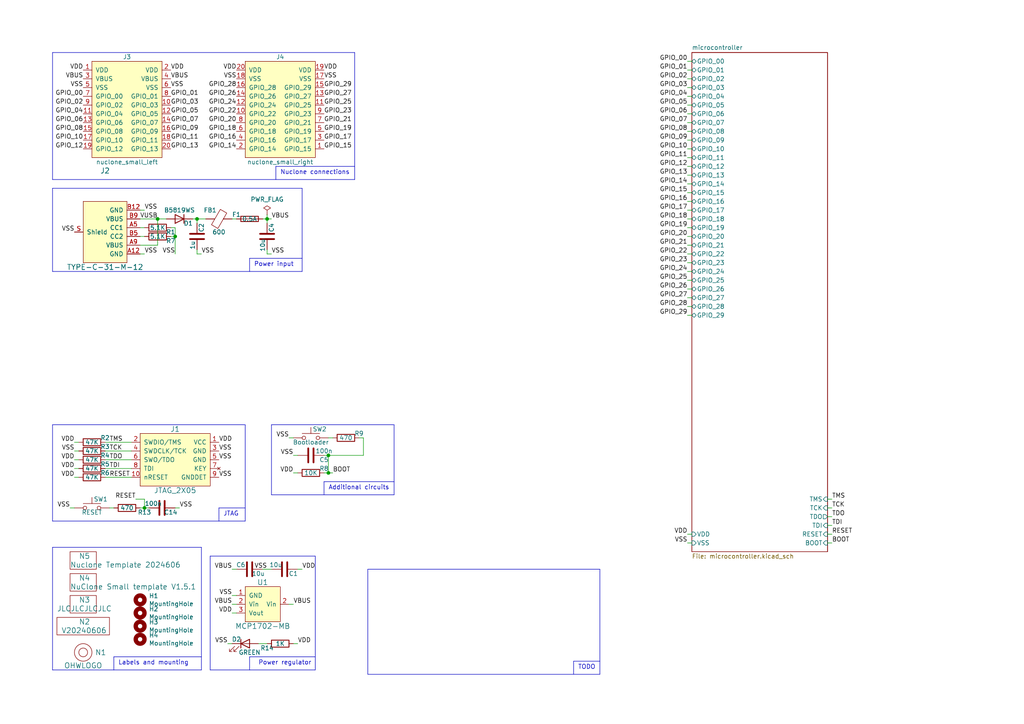
<source format=kicad_sch>
(kicad_sch (version 20231120) (generator "eeschema") (generator_version "8.0")
  (paper "A4")
  (lib_symbols
    (symbol "Device:C" (pin_numbers hide) (pin_names (offset 0.254))
      (property "Reference" "C" (at 0.635 2.54 0))
      (property "Value" "C" (at 0.635 -2.54 0))
      (symbol "C_0_1"
        (polyline (pts (xy -2.032 -0.762) (xy 2.032 -0.762)) (stroke (width 0.508)))
        (polyline (pts (xy -2.032 0.762) (xy 2.032 0.762)) (stroke (width 0.508)))
      )
      (symbol "C_1_1"
        (pin passive line (at 0 3.81 270) (length 2.794) (name "~") (number "1"))
        (pin passive line (at 0 -3.81 90) (length 2.794) (name "~") (number "2"))
      )
    )
    (symbol "Device:D" (pin_numbers hide) (pin_names (offset 1.016) hide)
      (property "Reference" "D" (at 0 2.54 0))
      (property "Value" "D" (at 0 -2.54 0))
      (symbol "D_0_1"
        (polyline (pts (xy -1.27 1.27) (xy -1.27 -1.27)) (stroke (width 0.254)))
        (polyline (pts (xy 1.27 0) (xy -1.27 0)))
        (polyline (pts (xy 1.27 1.27) (xy 1.27 -1.27) (xy -1.27 0) (xy 1.27 1.27)) (stroke (width 0.254)))
      )
      (symbol "D_1_1"
        (pin passive line (at -3.81 0 0) (length 2.54) (name "K") (number "1"))
        (pin passive line (at 3.81 0 180) (length 2.54) (name "A") (number "2"))
      )
    )
    (symbol "Device:FerriteBead" (pin_numbers hide) (pin_names (offset 0))
      (property "Reference" "FB" (at -3.81 0.635 90))
      (property "Value" "FerriteBead" (at 3.81 0 90))
      (symbol "FerriteBead_0_1"
        (polyline (pts (xy 0 -1.27) (xy 0 -1.2192)))
        (polyline (pts (xy 0 1.27) (xy 0 1.2954)))
        (polyline (pts (xy -2.7686 0.4064) (xy -1.7018 2.2606) (xy 2.7686 -0.3048) (xy 1.6764 -2.159) (xy -2.7686 0.4064)))
      )
      (symbol "FerriteBead_1_1"
        (pin passive line (at 0 3.81 270) (length 2.54) (name "~") (number "1"))
        (pin passive line (at 0 -3.81 90) (length 2.54) (name "~") (number "2"))
      )
    )
    (symbol "Device:Fuse" (pin_numbers hide) (pin_names (offset 0))
      (property "Reference" "F" (at 2.032 0 90))
      (property "Value" "Fuse" (at -1.905 0 90))
      (symbol "Fuse_0_1"
        (rectangle (start -0.762 -2.54) (end 0.762 2.54) (stroke (width 0.254)))
        (polyline (pts (xy 0 2.54) (xy 0 -2.54)))
      )
      (symbol "Fuse_1_1"
        (pin passive line (at 0 3.81 270) (length 1.27) (name "~") (number "1"))
        (pin passive line (at 0 -3.81 90) (length 1.27) (name "~") (number "2"))
      )
    )
    (symbol "Device:LED" (pin_numbers hide) (pin_names (offset 1.016) hide)
      (property "Reference" "D" (at 0 2.54 0))
      (property "Value" "LED" (at 0 -2.54 0))
      (symbol "LED_0_1"
        (polyline (pts (xy -1.27 -1.27) (xy -1.27 1.27)) (stroke (width 0.254)))
        (polyline (pts (xy -1.27 0) (xy 1.27 0)))
        (polyline (pts (xy 1.27 -1.27) (xy 1.27 1.27) (xy -1.27 0) (xy 1.27 -1.27)) (stroke (width 0.254)))
        (polyline (pts (xy -3.048 -0.762) (xy -4.572 -2.286) (xy -3.81 -2.286) (xy -4.572 -2.286) (xy -4.572 -1.524)))
        (polyline (pts (xy -1.778 -0.762) (xy -3.302 -2.286) (xy -2.54 -2.286) (xy -3.302 -2.286) (xy -3.302 -1.524)))
      )
      (symbol "LED_1_1"
        (pin passive line (at -3.81 0 0) (length 2.54) (name "K") (number "1"))
        (pin passive line (at 3.81 0 180) (length 2.54) (name "A") (number "2"))
      )
    )
    (symbol "Device:R" (pin_numbers hide) (pin_names (offset 0))
      (property "Reference" "R" (at 2.032 0 90))
      (property "Value" "R" (at 0 0 90))
      (symbol "R_0_1"
        (rectangle (start -1.016 -2.54) (end 1.016 2.54) (stroke (width 0.254)))
      )
      (symbol "R_1_1"
        (pin passive line (at 0 3.81 270) (length 1.27) (name "~") (number "1"))
        (pin passive line (at 0 -3.81 90) (length 1.27) (name "~") (number "2"))
      )
    )
    (symbol "Mechanical:MountingHole" (pin_names (offset 1.016))
      (property "Reference" "H" (at 0 5.08 0))
      (property "Value" "MountingHole" (at 0 3.175 0))
      (symbol "MountingHole_0_1"
        (circle (center 0 0) (radius 1.27) (stroke (width 1.27)))
      )
    )
    (symbol "SquantorConnectorsNamed:JTAG_2X05_IN" (pin_names (offset 1.016))
      (property "Reference" "J" (at 0 8.89 0))
      (property "Value" "JTAG_2X05_IN" (at 0 -8.89 0))
      (symbol "JTAG_2X05_IN_0_1"
        (rectangle (start -10.16 7.62) (end 10.16 -7.62) (fill (type background)))
      )
      (symbol "JTAG_2X05_IN_1_1"
        (pin power_in line (at 12.7 5.08 180) (length 2.54) (name "VCC") (number "1"))
        (pin open_collector line (at -12.7 -5.08 0) (length 2.54) (name "nRESET") (number "10"))
        (pin bidirectional line (at -12.7 5.08 0) (length 2.54) (name "SWDIO/TMS") (number "2"))
        (pin power_in line (at 12.7 2.54 180) (length 2.54) (name "GND") (number "3"))
        (pin output line (at -12.7 2.54 0) (length 2.54) (name "SWDCLK/TCK") (number "4"))
        (pin power_in line (at 12.7 0 180) (length 2.54) (name "GND") (number "5"))
        (pin output line (at -12.7 0 0) (length 2.54) (name "SWO/TDO") (number "6"))
        (pin no_connect line (at 12.7 -2.54 180) (length 2.54) (name "KEY") (number "7"))
        (pin input line (at -12.7 -2.54 0) (length 2.54) (name "TDI") (number "8"))
        (pin power_in line (at 12.7 -5.08 180) (length 2.54) (name "GNDDET") (number "9"))
      )
    )
    (symbol "SquantorConnectorsNamed:nuclone_small_left" (pin_names (offset 1.016))
      (property "Reference" "J" (at 0 15.24 0))
      (property "Value" "nuclone_small_left" (at 0 -15.24 0))
      (symbol "nuclone_small_left_0_1"
        (rectangle (start -10.16 13.97) (end 10.16 -13.97) (fill (type background)))
      )
      (symbol "nuclone_small_left_1_1"
        (pin power_in line (at -12.7 11.43 0) (length 2.54) (name "VDD") (number "1"))
        (pin bidirectional line (at 12.7 1.27 180) (length 2.54) (name "GPIO_03") (number "10"))
        (pin bidirectional line (at -12.7 -1.27 0) (length 2.54) (name "GPIO_04") (number "11"))
        (pin bidirectional line (at 12.7 -1.27 180) (length 2.54) (name "GPIO_05") (number "12"))
        (pin bidirectional line (at -12.7 -3.81 0) (length 2.54) (name "GPIO_06") (number "13"))
        (pin bidirectional line (at 12.7 -3.81 180) (length 2.54) (name "GPIO_07") (number "14"))
        (pin bidirectional line (at -12.7 -6.35 0) (length 2.54) (name "GPIO_08") (number "15"))
        (pin bidirectional line (at 12.7 -6.35 180) (length 2.54) (name "GPIO_09") (number "16"))
        (pin bidirectional line (at -12.7 -8.89 0) (length 2.54) (name "GPIO_10") (number "17"))
        (pin bidirectional line (at 12.7 -8.89 180) (length 2.54) (name "GPIO_11") (number "18"))
        (pin bidirectional line (at -12.7 -11.43 0) (length 2.54) (name "GPIO_12") (number "19"))
        (pin power_in line (at 12.7 11.43 180) (length 2.54) (name "VDD") (number "2"))
        (pin bidirectional line (at 12.7 -11.43 180) (length 2.54) (name "GPIO_13") (number "20"))
        (pin power_in line (at -12.7 8.89 0) (length 2.54) (name "VBUS") (number "3"))
        (pin power_in line (at 12.7 8.89 180) (length 2.54) (name "VBUS") (number "4"))
        (pin power_in line (at -12.7 6.35 0) (length 2.54) (name "VSS") (number "5"))
        (pin power_in line (at 12.7 6.35 180) (length 2.54) (name "VSS") (number "6"))
        (pin bidirectional line (at -12.7 3.81 0) (length 2.54) (name "GPIO_00") (number "7"))
        (pin bidirectional line (at 12.7 3.81 180) (length 2.54) (name "GPIO_01") (number "8"))
        (pin bidirectional line (at -12.7 1.27 0) (length 2.54) (name "GPIO_02") (number "9"))
      )
    )
    (symbol "SquantorConnectorsNamed:nuclone_small_right" (pin_names (offset 1.016))
      (property "Reference" "J" (at 0 -15.24 0))
      (property "Value" "nuclone_small_right" (at 0 15.24 0))
      (symbol "nuclone_small_right_0_1"
        (rectangle (start 10.16 -13.97) (end -10.16 13.97) (fill (type background)))
      )
      (symbol "nuclone_small_right_1_1"
        (pin bidirectional line (at 12.7 -11.43 180) (length 2.54) (name "GPIO_15") (number "1"))
        (pin bidirectional line (at -12.7 -1.27 0) (length 2.54) (name "GPIO_22") (number "10"))
        (pin bidirectional line (at 12.7 1.27 180) (length 2.54) (name "GPIO_25") (number "11"))
        (pin bidirectional line (at -12.7 1.27 0) (length 2.54) (name "GPIO_24") (number "12"))
        (pin bidirectional line (at 12.7 3.81 180) (length 2.54) (name "GPIO_27") (number "13"))
        (pin bidirectional line (at -12.7 3.81 0) (length 2.54) (name "GPIO_26") (number "14"))
        (pin bidirectional line (at 12.7 6.35 180) (length 2.54) (name "GPIO_29") (number "15"))
        (pin bidirectional line (at -12.7 6.35 0) (length 2.54) (name "GPIO_28") (number "16"))
        (pin power_in line (at 12.7 8.89 180) (length 2.54) (name "VSS") (number "17"))
        (pin power_in line (at -12.7 8.89 0) (length 2.54) (name "VSS") (number "18"))
        (pin power_in line (at 12.7 11.43 180) (length 2.54) (name "VDD") (number "19"))
        (pin bidirectional line (at -12.7 -11.43 0) (length 2.54) (name "GPIO_14") (number "2"))
        (pin power_in line (at -12.7 11.43 0) (length 2.54) (name "VDD") (number "20"))
        (pin bidirectional line (at 12.7 -8.89 180) (length 2.54) (name "GPIO_17") (number "3"))
        (pin bidirectional line (at -12.7 -8.89 0) (length 2.54) (name "GPIO_16") (number "4"))
        (pin bidirectional line (at 12.7 -6.35 180) (length 2.54) (name "GPIO_19") (number "5"))
        (pin bidirectional line (at -12.7 -6.35 0) (length 2.54) (name "GPIO_18") (number "6"))
        (pin bidirectional line (at 12.7 -3.81 180) (length 2.54) (name "GPIO_21") (number "7"))
        (pin bidirectional line (at -12.7 -3.81 0) (length 2.54) (name "GPIO_20") (number "8"))
        (pin bidirectional line (at 12.7 -1.27 180) (length 2.54) (name "GPIO_23") (number "9"))
      )
    )
    (symbol "SquantorLabels:Label" (pin_names (offset 1.016))
      (property "Reference" "N" (at 0 1.27 0))
      (property "Value" "Label" (at 0 -1.27 0))
      (symbol "Label_0_1"
        (rectangle (start -3.81 2.54) (end 3.81 -2.54))
      )
    )
    (symbol "SquantorLabels:OHWLOGO" (pin_names (offset 1.016))
      (property "Reference" "N" (at 0 3.81 0))
      (property "Value" "OHWLOGO" (at 0 -3.81 0))
      (symbol "OHWLOGO_0_1"
        (circle (center 0 0) (radius 1.27))
        (circle (center 0 0) (radius 2.54))
      )
    )
    (symbol "SquantorLabels:VYYYYMMDD" (pin_names (offset 1.016))
      (property "Reference" "N" (at 0 2.54 0))
      (property "Value" "VYYYYMMDD" (at 0 0 0))
      (symbol "VYYYYMMDD_0_1"
        (rectangle (start 7.62 -1.27) (end -7.62 3.81))
      )
    )
    (symbol "SquantorMicrochip:MCP1702-MB" (pin_names (offset 1.016))
      (property "Reference" "U" (at 0 6.35 0))
      (property "Value" "MCP1702-MB" (at 0 -6.35 0))
      (symbol "MCP1702-MB_0_1"
        (rectangle (start -5.08 5.08) (end 5.08 -5.08) (fill (type background)))
      )
      (symbol "MCP1702-MB_1_1"
        (pin power_in line (at -7.62 2.54 0) (length 2.54) (name "GND") (number "1"))
        (pin power_in line (at -7.62 0 0) (length 2.54) (name "Vin") (number "2"))
        (pin power_in line (at 7.62 0 180) (length 2.54) (name "Vin") (number "2"))
        (pin power_out line (at -7.62 -2.54 0) (length 2.54) (name "Vout") (number "3"))
      )
    )
    (symbol "SquantorUsb:USB-C_PD" (pin_names (offset 1.016))
      (property "Reference" "J" (at 0 10.16 0))
      (property "Value" "USB-C_PD" (at 0 -10.16 0))
      (symbol "USB-C_PD_0_1"
        (rectangle (start 6.35 8.89) (end -6.35 -8.89) (fill (type background)))
      )
      (symbol "USB-C_PD_1_1"
        (pin passive line (at 10.16 -6.35 180) (length 3.81) (name "GND") (number "A12"))
        (pin bidirectional line (at 10.16 1.27 180) (length 3.81) (name "CC1") (number "A5"))
        (pin passive line (at 10.16 -3.81 180) (length 3.81) (name "VBUS") (number "A9"))
        (pin power_out line (at 10.16 6.35 180) (length 3.81) (name "GND") (number "B12"))
        (pin bidirectional line (at 10.16 -1.27 180) (length 3.81) (name "CC2") (number "B5"))
        (pin power_out line (at 10.16 3.81 180) (length 3.81) (name "VBUS") (number "B9"))
        (pin passive line (at -8.89 0 0) (length 2.54) (name "Shield") (number "S"))
      )
    )
    (symbol "Switch:SW_Push" (pin_numbers hide) (pin_names (offset 1.016) hide)
      (property "Reference" "SW" (at 1.27 2.54 0))
      (property "Value" "SW_Push" (at 0 -1.524 0))
      (symbol "SW_Push_0_1"
        (circle (center -2.032 0) (radius 0.508))
        (polyline (pts (xy 0 1.27) (xy 0 3.048)))
        (polyline (pts (xy 2.54 1.27) (xy -2.54 1.27)))
        (circle (center 2.032 0) (radius 0.508))
        (pin passive line (at -5.08 0 0) (length 2.54) (name "1") (number "1"))
        (pin passive line (at 5.08 0 180) (length 2.54) (name "2") (number "2"))
      )
    )
    (symbol "power:PWR_FLAG" (power) (pin_numbers hide) (pin_names (offset 0) hide)
      (property "Value" "PWR_FLAG" (at 0 3.81 0))
      (symbol "PWR_FLAG_0_0"
        (pin power_out line (at 0 0 90) (length 0) (name "pwr") (number "1"))
      )
      (symbol "PWR_FLAG_0_1"
        (polyline (pts (xy 0 0) (xy 0 1.27) (xy -1.016 1.905) (xy 0 2.54) (xy 1.016 1.905) (xy 0 1.27)))
      )
    )
  )
  (junction (at 95.25 137.16))
  (junction (at 41.91 147.32))
  (junction (at 50.8 68.58))
  (junction (at 95.25 132.08))
  (junction (at 57.15 63.5))
  (junction (at 77.47 63.5))
  (junction (at 45.72 63.5))
  (wire (pts (xy 57.15 63.5) (xy 59.69 63.5)))
  (wire (pts (xy 45.72 71.12) (xy 45.72 63.5)))
  (wire (pts (xy 200.66 20.32) (xy 199.39 20.32)))
  (wire (pts (xy 68.58 175.26) (xy 67.31 175.26)))
  (wire (pts (xy 67.31 63.5) (xy 68.58 63.5)))
  (wire (pts (xy 40.64 63.5) (xy 45.72 63.5)))
  (wire (pts (xy 199.39 33.02) (xy 200.66 33.02)))
  (polyline (pts (xy 15.24 151.13) (xy 71.12 151.13)))
  (wire (pts (xy 200.66 35.56) (xy 199.39 35.56)))
  (wire (pts (xy 240.03 157.48) (xy 241.3 157.48)))
  (wire (pts (xy 40.64 71.12) (xy 45.72 71.12)))
  (polyline (pts (xy 106.68 165.1) (xy 173.99 165.1)))
  (polyline (pts (xy 72.39 74.93) (xy 72.39 78.74)))
  (polyline (pts (xy 15.24 194.31) (xy 58.42 194.31)))
  (wire (pts (xy 200.66 30.48) (xy 199.39 30.48)))
  (polyline (pts (xy 72.39 190.5) (xy 72.39 194.31)))
  (wire (pts (xy 31.75 147.32) (xy 33.02 147.32)))
  (polyline (pts (xy 78.74 123.19) (xy 78.74 143.51)))
  (polyline (pts (xy 80.01 48.26) (xy 80.01 52.07)))
  (wire (pts (xy 30.48 138.43) (xy 38.1 138.43)))
  (polyline (pts (xy 15.24 78.74) (xy 87.63 78.74)))
  (polyline (pts (xy 15.24 158.75) (xy 15.24 194.31)))
  (wire (pts (xy 77.47 73.66) (xy 78.74 73.66)))
  (wire (pts (xy 199.39 38.1) (xy 200.66 38.1)))
  (wire (pts (xy 67.31 186.69) (xy 66.04 186.69)))
  (polyline (pts (xy 71.12 151.13) (xy 71.12 123.19)))
  (polyline (pts (xy 71.12 147.32) (xy 63.5 147.32)))
  (wire (pts (xy 30.48 128.27) (xy 38.1 128.27)))
  (polyline (pts (xy 102.87 48.26) (xy 80.01 48.26)))
  (wire (pts (xy 41.91 147.32) (xy 43.18 147.32)))
  (wire (pts (xy 50.8 66.04) (xy 50.8 68.58)))
  (polyline (pts (xy 15.24 52.07) (xy 102.87 52.07)))
  (polyline (pts (xy 60.96 194.31) (xy 91.44 194.31)))
  (polyline (pts (xy 106.68 195.58) (xy 106.68 165.1)))
  (polyline (pts (xy 71.12 123.19) (xy 15.24 123.19)))
  (polyline (pts (xy 173.99 165.1) (xy 173.99 195.58)))
  (wire (pts (xy 105.41 132.08) (xy 95.25 132.08)))
  (polyline (pts (xy 114.3 139.7) (xy 93.98 139.7)))
  (wire (pts (xy 95.25 137.16) (xy 95.25 132.08)))
  (wire (pts (xy 105.41 127) (xy 105.41 132.08)))
  (wire (pts (xy 199.39 83.82) (xy 200.66 83.82)))
  (wire (pts (xy 22.86 135.89) (xy 21.59 135.89)))
  (wire (pts (xy 78.74 63.5) (xy 77.47 63.5)))
  (wire (pts (xy 85.09 175.26) (xy 83.82 175.26)))
  (wire (pts (xy 77.47 63.5) (xy 76.2 63.5)))
  (wire (pts (xy 30.48 133.35) (xy 38.1 133.35)))
  (wire (pts (xy 67.31 165.1) (xy 68.58 165.1)))
  (polyline (pts (xy 102.87 52.07) (xy 102.87 15.24)))
  (polyline (pts (xy 93.98 139.7) (xy 93.98 143.51)))
  (wire (pts (xy 22.86 130.81) (xy 21.59 130.81)))
  (polyline (pts (xy 15.24 123.19) (xy 15.24 151.13)))
  (wire (pts (xy 85.09 137.16) (xy 86.36 137.16)))
  (wire (pts (xy 41.91 73.66) (xy 40.64 73.66)))
  (wire (pts (xy 199.39 73.66) (xy 200.66 73.66)))
  (polyline (pts (xy 114.3 123.19) (xy 78.74 123.19)))
  (wire (pts (xy 199.39 88.9) (xy 200.66 88.9)))
  (wire (pts (xy 240.03 144.78) (xy 241.3 144.78)))
  (wire (pts (xy 200.66 76.2) (xy 199.39 76.2)))
  (polyline (pts (xy 15.24 15.24) (xy 15.24 52.07)))
  (wire (pts (xy 104.14 127) (xy 105.41 127)))
  (wire (pts (xy 21.59 138.43) (xy 22.86 138.43)))
  (wire (pts (xy 30.48 130.81) (xy 38.1 130.81)))
  (polyline (pts (xy 87.63 54.61) (xy 87.63 78.74)))
  (polyline (pts (xy 60.96 161.29) (xy 60.96 194.31)))
  (wire (pts (xy 77.47 64.77) (xy 77.47 63.5)))
  (wire (pts (xy 41.91 144.78) (xy 41.91 147.32)))
  (wire (pts (xy 83.82 127) (xy 85.09 127)))
  (wire (pts (xy 93.98 137.16) (xy 95.25 137.16)))
  (wire (pts (xy 240.03 154.94) (xy 241.3 154.94)))
  (wire (pts (xy 200.66 40.64) (xy 199.39 40.64)))
  (wire (pts (xy 95.25 127) (xy 96.52 127)))
  (wire (pts (xy 95.25 132.08) (xy 93.98 132.08)))
  (polyline (pts (xy 15.24 54.61) (xy 15.24 78.74)))
  (polyline (pts (xy 58.42 190.5) (xy 33.02 190.5)))
  (wire (pts (xy 21.59 133.35) (xy 22.86 133.35)))
  (wire (pts (xy 200.66 55.88) (xy 199.39 55.88)))
  (wire (pts (xy 241.3 147.32) (xy 240.03 147.32)))
  (polyline (pts (xy 91.44 161.29) (xy 60.96 161.29)))
  (wire (pts (xy 240.03 149.86) (xy 241.3 149.86)))
  (polyline (pts (xy 63.5 147.32) (xy 63.5 151.13)))
  (wire (pts (xy 200.66 157.48) (xy 199.39 157.48)))
  (wire (pts (xy 52.07 147.32) (xy 50.8 147.32)))
  (polyline (pts (xy 87.63 74.93) (xy 72.39 74.93)))
  (wire (pts (xy 41.91 60.96) (xy 40.64 60.96)))
  (wire (pts (xy 50.8 68.58) (xy 49.53 68.58)))
  (polyline (pts (xy 87.63 54.61) (xy 15.24 54.61)))
  (wire (pts (xy 77.47 72.39) (xy 77.47 73.66)))
  (wire (pts (xy 40.64 68.58) (xy 41.91 68.58)))
  (wire (pts (xy 85.09 132.08) (xy 86.36 132.08)))
  (wire (pts (xy 21.59 128.27) (xy 22.86 128.27)))
  (wire (pts (xy 57.15 73.66) (xy 57.15 72.39)))
  (wire (pts (xy 55.88 63.5) (xy 57.15 63.5)))
  (wire (pts (xy 200.66 66.04) (xy 199.39 66.04)))
  (polyline (pts (xy 91.44 190.5) (xy 72.39 190.5)))
  (wire (pts (xy 199.39 78.74) (xy 200.66 78.74)))
  (wire (pts (xy 199.39 68.58) (xy 200.66 68.58)))
  (wire (pts (xy 45.72 63.5) (xy 48.26 63.5)))
  (wire (pts (xy 241.3 152.4) (xy 240.03 152.4)))
  (wire (pts (xy 199.39 48.26) (xy 200.66 48.26)))
  (polyline (pts (xy 102.87 15.24) (xy 15.24 15.24)))
  (wire (pts (xy 199.39 27.94) (xy 200.66 27.94)))
  (wire (pts (xy 20.32 147.32) (xy 21.59 147.32)))
  (polyline (pts (xy 58.42 194.31) (xy 58.42 158.75)))
  (wire (pts (xy 199.39 58.42) (xy 200.66 58.42)))
  (polyline (pts (xy 33.02 190.5) (xy 33.02 194.31)))
  (wire (pts (xy 199.39 22.86) (xy 200.66 22.86)))
  (wire (pts (xy 200.66 71.12) (xy 199.39 71.12)))
  (wire (pts (xy 67.31 172.72) (xy 68.58 172.72)))
  (wire (pts (xy 76.2 165.1) (xy 78.74 165.1)))
  (wire (pts (xy 39.37 144.78) (xy 41.91 144.78)))
  (wire (pts (xy 200.66 45.72) (xy 199.39 45.72)))
  (polyline (pts (xy 166.37 195.58) (xy 166.37 191.77)))
  (wire (pts (xy 86.36 165.1) (xy 87.63 165.1)))
  (wire (pts (xy 199.39 17.78) (xy 200.66 17.78)))
  (wire (pts (xy 200.66 50.8) (xy 199.39 50.8)))
  (wire (pts (xy 200.66 25.4) (xy 199.39 25.4)))
  (wire (pts (xy 50.8 68.58) (xy 50.8 73.66)))
  (wire (pts (xy 86.36 186.69) (xy 85.09 186.69)))
  (polyline (pts (xy 58.42 158.75) (xy 15.24 158.75)))
  (wire (pts (xy 199.39 154.94) (xy 200.66 154.94)))
  (wire (pts (xy 200.66 81.28) (xy 199.39 81.28)))
  (wire (pts (xy 77.47 63.5) (xy 77.47 62.23)))
  (wire (pts (xy 49.53 66.04) (xy 50.8 66.04)))
  (wire (pts (xy 67.31 177.8) (xy 68.58 177.8)))
  (wire (pts (xy 58.42 73.66) (xy 57.15 73.66)))
  (polyline (pts (xy 91.44 194.31) (xy 91.44 161.29)))
  (polyline (pts (xy 78.74 143.51) (xy 114.3 143.51)))
  (wire (pts (xy 95.25 137.16) (xy 96.52 137.16)))
  (wire (pts (xy 77.47 186.69) (xy 74.93 186.69)))
  (wire (pts (xy 57.15 64.77) (xy 57.15 63.5)))
  (wire (pts (xy 41.91 66.04) (xy 40.64 66.04)))
  (wire (pts (xy 199.39 43.18) (xy 200.66 43.18)))
  (wire (pts (xy 40.64 147.32) (xy 41.91 147.32)))
  (wire (pts (xy 200.66 91.44) (xy 199.39 91.44)))
  (wire (pts (xy 200.66 60.96) (xy 199.39 60.96)))
  (wire (pts (xy 199.39 53.34) (xy 200.66 53.34)))
  (wire (pts (xy 199.39 63.5) (xy 200.66 63.5)))
  (polyline (pts (xy 114.3 143.51) (xy 114.3 123.19)))
  (wire (pts (xy 30.48 135.89) (xy 38.1 135.89)))
  (polyline (pts (xy 173.99 195.58) (xy 106.68 195.58)))
  (polyline (pts (xy 166.37 191.77) (xy 173.99 191.77)))
  (wire (pts (xy 200.66 86.36) (xy 199.39 86.36)))
  (text "Power input" (at 73.66 77.47 0) (effects (font (size 1.27 1.27)) (justify left bottom)))
  (text "Nuclone connections" (at 81.28 50.8 0) (effects (font (size 1.27 1.27)) (justify left bottom)))
  (text "Additional circuits" (at 95.25 142.24 0) (effects (font (size 1.27 1.27)) (justify left bottom)))
  (text "TODO" (at 167.64 194.31 0) (effects (font (size 1.27 1.27)) (justify left bottom)))
  (text "Power regulator" (at 74.93 193.04 0) (effects (font (size 1.27 1.27)) (justify left bottom)))
  (text "Labels and mounting" (at 34.29 193.04 0) (effects (font (size 1.27 1.27)) (justify left bottom)))
  (text "JTAG" (at 64.77 149.86 0) (effects (font (size 1.27 1.27)) (justify left bottom)))
  (label "GPIO_28" (at 68.58 25.4 180))
  (label "GPIO_19" (at 199.39 66.04 180))
  (label "GPIO_15" (at 199.39 55.88 180))
  (label "GPIO_08" (at 199.39 38.1 180))
  (label "BOOT" (at 241.3 157.48 0))
  (label "GPIO_07" (at 199.39 35.56 180))
  (label "VBUS" (at 67.31 165.1 180))
  (label "VSS" (at 41.91 60.96 0))
  (label "RESET" (at 39.37 144.78 180))
  (label "GPIO_29" (at 93.98 25.4 0))
  (label "GPIO_18" (at 68.58 38.1 180))
  (label "TCK" (at 241.3 147.32 0))
  (label "GPIO_11" (at 49.53 40.64 0))
  (label "VSS" (at 66.04 186.69 180))
  (label "VDD" (at 67.31 177.8 180))
  (label "TMS" (at 31.75 128.27 0))
  (label "VDD" (at 93.98 20.32 0))
  (label "GPIO_02" (at 199.39 22.86 180))
  (label "GPIO_19" (at 93.98 38.1 0))
  (label "TMS" (at 241.3 144.78 0))
  (label "GPIO_03" (at 49.53 30.48 0))
  (label "GPIO_09" (at 199.39 40.64 180))
  (label "VSS" (at 83.82 127 180))
  (label "VDD" (at 68.58 20.32 180))
  (label "GPIO_07" (at 49.53 35.56 0))
  (label "GPIO_16" (at 199.39 58.42 180))
  (label "VSS" (at 199.39 157.48 180))
  (label "GPIO_12" (at 24.13 43.18 180))
  (label "VSS" (at 21.59 67.31 180))
  (label "GPIO_23" (at 93.98 33.02 0))
  (label "GPIO_16" (at 68.58 40.64 180))
  (label "GPIO_02" (at 24.13 30.48 180))
  (label "VBUS" (at 78.74 63.5 0))
  (label "GPIO_10" (at 24.13 40.64 180))
  (label "GPIO_26" (at 68.58 27.94 180))
  (label "VSS" (at 52.07 147.32 0))
  (label "GPIO_13" (at 49.53 43.18 0))
  (label "VDD" (at 21.59 133.35 180))
  (label "VSS" (at 78.74 73.66 0))
  (label "GPIO_27" (at 93.98 27.94 0))
  (label "VDD" (at 21.59 135.89 180))
  (label "GPIO_25" (at 93.98 30.48 0))
  (label "GPIO_21" (at 93.98 35.56 0))
  (label "GPIO_25" (at 199.39 81.28 180))
  (label "GPIO_11" (at 199.39 45.72 180))
  (label "GPIO_05" (at 199.39 30.48 180))
  (label "VSS" (at 50.8 73.66 180))
  (label "GPIO_21" (at 199.39 71.12 180))
  (label "GPIO_20" (at 199.39 68.58 180))
  (label "GPIO_17" (at 199.39 60.96 180))
  (label "VSS" (at 63.5 138.43 0))
  (label "VSS" (at 20.32 147.32 180))
  (label "GPIO_28" (at 199.39 88.9 180))
  (label "GPIO_12" (at 199.39 48.26 180))
  (label "VSS" (at 85.09 132.08 180))
  (label "VSS" (at 93.98 22.86 0))
  (label "GPIO_14" (at 199.39 53.34 180))
  (label "GPIO_01" (at 49.53 27.94 0))
  (label "VSS" (at 77.47 165.1 180))
  (label "TDI" (at 241.3 152.4 0))
  (label "VDD" (at 87.63 165.1 0))
  (label "VSS" (at 63.5 130.81 0))
  (label "VDD" (at 85.09 137.16 180))
  (label "VDD" (at 49.53 20.32 0))
  (label "VDD" (at 199.39 154.94 180))
  (label "GPIO_09" (at 49.53 38.1 0))
  (label "TCK" (at 31.75 130.81 0))
  (label "VBUS" (at 49.53 22.86 0))
  (label "GPIO_26" (at 199.39 83.82 180))
  (label "TDI" (at 31.75 135.89 0))
  (label "GPIO_15" (at 93.98 43.18 0))
  (label "VSS" (at 49.53 25.4 0))
  (label "GPIO_27" (at 199.39 86.36 180))
  (label "GPIO_14" (at 68.58 43.18 180))
  (label "GPIO_18" (at 199.39 63.5 180))
  (label "GPIO_22" (at 68.58 33.02 180))
  (label "GPIO_00" (at 24.13 27.94 180))
  (label "VDD" (at 21.59 138.43 180))
  (label "GPIO_22" (at 199.39 73.66 180))
  (label "GPIO_17" (at 93.98 40.64 0))
  (label "GPIO_24" (at 68.58 30.48 180))
  (label "VSS" (at 41.91 73.66 0))
  (label "GPIO_10" (at 199.39 43.18 180))
  (label "GPIO_24" (at 199.39 78.74 180))
  (label "GPIO_08" (at 24.13 38.1 180))
  (label "GPIO_03" (at 199.39 25.4 180))
  (label "VBUS" (at 85.09 175.26 0))
  (label "RESET" (at 241.3 154.94 0))
  (label "VDD" (at 24.13 20.32 180))
  (label "VSS" (at 68.58 22.86 180))
  (label "RESET" (at 31.75 138.43 0))
  (label "TDO" (at 241.3 149.86 0))
  (label "VSS" (at 21.59 130.81 180))
  (label "GPIO_04" (at 24.13 33.02 180))
  (label "VSS" (at 24.13 25.4 180))
  (label "VSS" (at 63.5 133.35 0))
  (label "GPIO_06" (at 199.39 33.02 180))
  (label "GPIO_20" (at 68.58 35.56 180))
  (label "TDO" (at 31.75 133.35 0))
  (label "VBUS" (at 67.31 175.26 180))
  (label "GPIO_06" (at 24.13 35.56 180))
  (label "VSS" (at 58.42 73.66 0))
  (label "GPIO_13" (at 199.39 50.8 180))
  (label "VSS" (at 67.31 172.72 180))
  (label "VDD" (at 21.59 128.27 180))
  (label "GPIO_00" (at 199.39 17.78 180))
  (label "VUSB" (at 45.72 63.5 180))
  (label "GPIO_23" (at 199.39 76.2 180))
  (label "GPIO_04" (at 199.39 27.94 180))
  (label "GPIO_29" (at 199.39 91.44 180))
  (label "BOOT" (at 96.52 137.16 0))
  (label "GPIO_05" (at 49.53 33.02 0))
  (label "VDD" (at 86.36 186.69 0))
  (label "VBUS" (at 24.13 22.86 180))
  (label "VDD" (at 63.5 128.27 0))
  (label "GPIO_01" (at 199.39 20.32 180))
  (symbol (lib_id "SquantorLabels:OHWLOGO") (at 24.13 189.23 0) (unit 1)
    (property "Reference" "N1" (at 29.21 189.23 0) (effects (font (size 1.524 1.524))))
    (property "Value" "OHWLOGO" (at 24.13 193.04 0) (effects (font (size 1.524 1.524))))
    (property "Footprint" "Symbol:OSHW-Symbol_6.7x6mm_SilkScreen" (effects (hide yes)))
  )
  (symbol (lib_id "SquantorConnectorsNamed:JTAG_2X05_IN") (at 50.8 133.35 0) (unit 1)
    (property "Reference" "J1" (at 50.8 124.46 0) (effects (font (size 1.524 1.524))))
    (property "Value" "JTAG_2X05" (at 50.8 142.24 0) (effects (font (size 1.524 1.524))))
    (property "Footprint" "SquantorConnectors:Header-0127-2X05-H006" (effects (hide yes)))
  )
  (symbol (lib_id "Mechanical:MountingHole") (at 40.64 185.42 0) (unit 1)
    (property "Reference" "H4" (at 43.18 184.2516 0) (effects (justify left)))
    (property "Value" "MountingHole" (at 43.18 186.563 0) (effects (justify left)))
    (property "Footprint" "SquantorPcbOutline:MountingHole_3.2mm_M3_Pad_Via" (effects (hide yes)))
  )
  (symbol (lib_id "Mechanical:MountingHole") (at 40.64 181.61 0) (unit 1)
    (property "Reference" "H3" (at 43.18 180.4416 0) (effects (justify left)))
    (property "Value" "MountingHole" (at 43.18 182.753 0) (effects (justify left)))
    (property "Footprint" "SquantorPcbOutline:MountingHole_3.2mm_M3_Pad_Via" (effects (hide yes)))
  )
  (symbol (lib_id "Mechanical:MountingHole") (at 40.64 177.8 0) (unit 1)
    (property "Reference" "H2" (at 43.18 176.6316 0) (effects (justify left)))
    (property "Value" "MountingHole" (at 43.18 178.943 0) (effects (justify left)))
    (property "Footprint" "SquantorPcbOutline:MountingHole_3.2mm_M3_Pad_Via" (effects (hide yes)))
  )
  (symbol (lib_id "Mechanical:MountingHole") (at 40.64 173.99 0) (unit 1)
    (property "Reference" "H1" (at 43.18 172.8216 0) (effects (justify left)))
    (property "Value" "MountingHole" (at 43.18 175.133 0) (effects (justify left)))
    (property "Footprint" "SquantorPcbOutline:MountingHole_3.2mm_M3_Pad_Via" (effects (hide yes)))
  )
  (symbol (lib_id "SquantorLabels:VYYYYMMDD") (at 24.13 182.88 0) (unit 1)
    (property "Reference" "N2" (at 22.86 180.34 0) (effects (font (size 1.524 1.524)) (justify left)))
    (property "Value" "V20240606" (at 17.78 182.88 0) (effects (font (size 1.524 1.524)) (justify left)))
    (property "Footprint" "SquantorLabels:Label_Generic" (effects (hide yes)))
  )
  (symbol (lib_id "SquantorMicrochip:MCP1702-MB") (at 76.2 175.26 0) (unit 1)
    (property "Reference" "U1" (at 76.2 168.91 0) (effects (font (size 1.524 1.524))))
    (property "Value" "MCP1702-MB" (at 76.2 181.61 0) (effects (font (size 1.524 1.524))))
    (property "Footprint" "SquantorIC:SOT89-NXP" (effects (hide yes)))
  )
  (symbol (lib_id "Device:C") (at 82.55 165.1 270) (unit 1)
    (property "Reference" "C1" (at 85.09 166.37 90))
    (property "Value" "10u" (at 80.01 163.83 90))
    (property "Footprint" "SquantorCapacitor:C_0603" (effects (hide yes)))
  )
  (symbol (lib_id "SquantorConnectorsNamed:nuclone_small_left") (at 36.83 31.75 0) (unit 1)
    (property "Reference" "J3" (at 36.83 16.51 0))
    (property "Value" "nuclone_small_left" (at 36.83 46.99 0))
    (property "Footprint" "SquantorConnectorsNamed:nuclone_small_left_stacked" (effects (hide yes)))
  )
  (symbol (lib_id "SquantorConnectorsNamed:nuclone_small_right") (at 81.28 31.75 0) (unit 1)
    (property "Reference" "J4" (at 81.28 16.51 0))
    (property "Value" "nuclone_small_right" (at 81.28 46.99 0))
    (property "Footprint" "SquantorConnectorsNamed:nuclone_small_right_stacked" (effects (hide yes)))
  )
  (symbol (lib_id "SquantorLabels:Label") (at 24.13 175.26 0) (unit 1)
    (property "Reference" "N3" (at 22.86 173.99 0) (effects (font (size 1.524 1.524)) (justify left)))
    (property "Value" "JLCJLCJLCJLC" (at 16.51 176.53 0) (effects (font (size 1.524 1.524)) (justify left)))
    (property "Footprint" "SquantorLabels:Label_Generic" (effects (hide yes)))
  )
  (symbol (lib_id "Switch:SW_Push") (at 26.67 147.32 0) (unit 1)
    (property "Reference" "SW1" (at 29.21 144.78 0))
    (property "Value" "RESET" (at 26.67 148.59 0))
    (property "Footprint" "SquantorSwitches:TD-85XU" (effects (hide yes)))
  )
  (symbol (lib_id "Device:R") (at 26.67 128.27 270) (unit 1)
    (property "Reference" "R2" (at 30.48 127 90))
    (property "Value" "47K" (at 26.67 128.27 90))
    (property "Footprint" "SquantorResistor:R_0603_hand" (effects (hide yes)))
  )
  (symbol (lib_id "Device:R") (at 26.67 130.81 270) (unit 1)
    (property "Reference" "R3" (at 30.48 129.54 90))
    (property "Value" "47K" (at 26.67 130.81 90))
    (property "Footprint" "SquantorResistor:R_0603_hand" (effects (hide yes)))
  )
  (symbol (lib_id "Device:R") (at 26.67 133.35 270) (unit 1)
    (property "Reference" "R4" (at 30.48 132.08 90))
    (property "Value" "47K" (at 26.67 133.35 90))
    (property "Footprint" "SquantorResistor:R_0603_hand" (effects (hide yes)))
  )
  (symbol (lib_id "Device:R") (at 26.67 135.89 270) (unit 1)
    (property "Reference" "R5" (at 30.48 134.62 90))
    (property "Value" "47K" (at 26.67 135.89 90))
    (property "Footprint" "SquantorResistor:R_0603_hand" (effects (hide yes)))
  )
  (symbol (lib_id "Device:R") (at 26.67 138.43 270) (unit 1)
    (property "Reference" "R6" (at 30.48 137.16 90))
    (property "Value" "47K" (at 26.67 138.43 90))
    (property "Footprint" "SquantorResistor:R_0603_hand" (effects (hide yes)))
  )
  (symbol (lib_id "SquantorLabels:Label") (at 24.13 168.91 0) (unit 1)
    (property "Reference" "N4" (at 22.86 167.64 0) (effects (font (size 1.524 1.524)) (justify left)))
    (property "Value" "NuClone Small template V1.5.1" (at 20.32 170.18 0) (effects (font (size 1.524 1.524)) (justify left)))
    (property "Footprint" "SquantorLabels:Label_Generic" (effects (hide yes)))
  )
  (symbol (lib_id "Device:R") (at 36.83 147.32 270) (unit 1)
    (property "Reference" "R13" (at 41.91 148.59 90))
    (property "Value" "470" (at 36.83 147.32 90))
    (property "Footprint" "SquantorResistor:R_0603_hand" (effects (hide yes)))
  )
  (symbol (lib_id "Device:C") (at 46.99 147.32 270) (unit 1)
    (property "Reference" "C14" (at 49.53 148.59 90))
    (property "Value" "100n" (at 44.45 146.05 90))
    (property "Footprint" "SquantorCapacitor:C_0603" (effects (hide yes)))
  )
  (symbol (lib_id "Device:R") (at 81.28 186.69 90) (unit 1)
    (property "Reference" "R14" (at 77.47 187.96 90))
    (property "Value" "1K" (at 81.28 186.69 90))
    (property "Footprint" "SquantorResistor:R_0603_hand" (effects (hide yes)))
  )
  (symbol (lib_id "Device:LED") (at 71.12 186.69 0) (unit 1)
    (property "Reference" "D2" (at 68.58 185.42 0))
    (property "Value" "GREEN" (at 72.39 189.23 0))
    (property "Footprint" "SquantorDiodes:LED_0603_hand" (effects (hide yes)))
  )
  (symbol (lib_id "SquantorLabels:Label") (at 24.13 162.56 0) (unit 1)
    (property "Reference" "N5" (at 22.86 161.29 0) (effects (font (size 1.524 1.524)) (justify left)))
    (property "Value" "Nuclone Template 2024606" (at 20.32 163.83 0) (effects (font (size 1.524 1.524)) (justify left)))
    (property "Footprint" "SquantorLabels:Label_Generic" (effects (hide yes)))
  )
  (symbol (lib_id "Device:R") (at 90.17 137.16 270) (unit 1)
    (property "Reference" "R8" (at 93.98 135.89 90))
    (property "Value" "10K" (at 90.17 137.16 90))
    (property "Footprint" "SquantorResistor:R_0603_hand" (effects (hide yes)))
  )
  (symbol (lib_id "Device:C") (at 90.17 132.08 270) (unit 1)
    (property "Reference" "C5" (at 93.98 133.35 90))
    (property "Value" "100n" (at 93.98 130.81 90))
    (property "Footprint" "SquantorCapacitor:C_0603" (effects (hide yes)))
  )
  (symbol (lib_id "Device:C") (at 77.47 68.58 180) (unit 1)
    (property "Reference" "C4" (at 78.74 66.04 90))
    (property "Value" "10u" (at 76.2 71.12 90))
    (property "Footprint" "SquantorCapacitor:C_0603" (effects (hide yes)))
  )
  (symbol (lib_id "Device:FerriteBead") (at 63.5 63.5 270) (unit 1)
    (property "Reference" "FB1" (at 60.96 60.96 90))
    (property "Value" "600" (at 63.5 67.31 90))
    (property "Footprint" "SquantorInductor:L_0603" (effects (hide yes)))
  )
  (symbol (lib_id "Device:R") (at 100.33 127 270) (unit 1)
    (property "Reference" "R9" (at 104.14 125.73 90))
    (property "Value" "470" (at 100.33 127 90))
    (property "Footprint" "SquantorResistor:R_0603_hand" (effects (hide yes)))
  )
  (symbol (lib_id "Device:D") (at 52.07 63.5 180) (unit 1)
    (property "Reference" "D1" (at 54.61 64.77 0))
    (property "Value" "B5819WS" (at 52.07 60.96 0))
    (property "Footprint" "SquantorDiodes:SOD-323-nexperia-hand" (effects (hide yes)))
    (property "Sim.Device" "D" (effects (hide yes)))
    (property "Sim.Pins" "1=K 2=A" (effects (hide yes)))
  )
  (symbol (lib_id "Device:C") (at 57.15 68.58 180) (unit 1)
    (property "Reference" "C2" (at 58.42 66.04 90))
    (property "Value" "1u" (at 55.88 71.12 90))
    (property "Footprint" "SquantorCapacitor:C_0603" (effects (hide yes)))
  )
  (symbol (lib_id "SquantorUsb:USB-C_PD") (at 30.48 67.31 0) (unit 1)
    (property "Reference" "J2" (at 30.48 49.53 0) (effects (font (size 1.524 1.524))))
    (property "Value" "TYPE-C-31-M-12" (at 30.48 77.47 0) (effects (font (size 1.524 1.524))))
    (property "Footprint" "SquantorUsb:USB-C-HRO-31-M-17_aisler" (effects (hide yes)))
  )
  (symbol (lib_id "Device:Fuse") (at 72.39 63.5 270) (unit 1)
    (property "Reference" "F1" (at 68.58 62.23 90))
    (property "Value" "0.5A" (at 72.39 63.5 90))
    (property "Footprint" "SquantorFuse:F_0603_hand" (effects (hide yes)))
  )
  (symbol (lib_id "Device:C") (at 72.39 165.1 90) (unit 1)
    (property "Reference" "C6" (at 69.85 163.83 90))
    (property "Value" "10u" (at 74.93 166.37 90))
    (property "Footprint" "SquantorCapacitor:C_0603" (effects (hide yes)))
  )
  (symbol (lib_id "power:PWR_FLAG") (at 77.47 62.23 0) (unit 1)
    (property "Reference" "#FLG01" (effects (hide yes)))
    (property "Value" "PWR_FLAG" (at 77.47 57.8358 0))
  )
  (symbol (lib_id "Switch:SW_Push") (at 90.17 127 0) (unit 1)
    (property "Reference" "SW2" (at 92.71 124.46 0))
    (property "Value" "Bootloader" (at 90.17 128.27 0))
    (property "Footprint" "SquantorSwitches:TD-85XU" (effects (hide yes)))
  )
  (symbol (lib_id "Device:R") (at 45.72 66.04 270) (unit 1)
    (property "Reference" "R1" (at 49.53 67.31 90))
    (property "Value" "5.1K" (at 45.72 66.04 90))
    (property "Footprint" "SquantorResistor:R_0603_hand" (effects (hide yes)))
  )
  (symbol (lib_id "Device:R") (at 45.72 68.58 270) (unit 1)
    (property "Reference" "R7" (at 49.53 69.85 90))
    (property "Value" "5.1K" (at 45.72 68.58 90))
    (property "Footprint" "SquantorResistor:R_0603_hand" (effects (hide yes)))
  )
  (sheet (at 200.66 15.24) (size 39.37 144.78)
    (property "Sheetname" "microcontroller" (at 200.66 14.5284 0) (effects (justify left bottom)))
    (property "Sheetfile" "microcontroller.kicad_sch" (at 200.66 160.6046 0) (effects (justify left top)))
    (pin "VSS" input (at 200.66 157.48 180))
    (pin "VDD" input (at 200.66 154.94 180))
    (pin "TMS" input (at 240.03 144.78 0))
    (pin "TCK" input (at 240.03 147.32 0))
    (pin "TDI" input (at 240.03 152.4 0))
    (pin "TDO" output (at 240.03 149.86 0))
    (pin "RESET" input (at 240.03 154.94 0))
    (pin "GPIO_00" bidirectional (at 200.66 17.78 180))
    (pin "GPIO_01" bidirectional (at 200.66 20.32 180))
    (pin "GPIO_02" bidirectional (at 200.66 22.86 180))
    (pin "GPIO_03" bidirectional (at 200.66 25.4 180))
    (pin "GPIO_04" bidirectional (at 200.66 27.94 180))
    (pin "GPIO_05" bidirectional (at 200.66 30.48 180))
    (pin "GPIO_06" bidirectional (at 200.66 33.02 180))
    (pin "GPIO_07" bidirectional (at 200.66 35.56 180))
    (pin "GPIO_08" bidirectional (at 200.66 38.1 180))
    (pin "GPIO_09" bidirectional (at 200.66 40.64 180))
    (pin "GPIO_10" bidirectional (at 200.66 43.18 180))
    (pin "GPIO_11" bidirectional (at 200.66 45.72 180))
    (pin "GPIO_12" bidirectional (at 200.66 48.26 180))
    (pin "GPIO_13" bidirectional (at 200.66 50.8 180))
    (pin "GPIO_14" bidirectional (at 200.66 53.34 180))
    (pin "GPIO_15" bidirectional (at 200.66 55.88 180))
    (pin "GPIO_16" bidirectional (at 200.66 58.42 180))
    (pin "GPIO_17" bidirectional (at 200.66 60.96 180))
    (pin "GPIO_18" bidirectional (at 200.66 63.5 180))
    (pin "GPIO_19" bidirectional (at 200.66 66.04 180))
    (pin "GPIO_20" bidirectional (at 200.66 68.58 180))
    (pin "GPIO_21" bidirectional (at 200.66 71.12 180))
    (pin "GPIO_22" bidirectional (at 200.66 73.66 180))
    (pin "GPIO_23" bidirectional (at 200.66 76.2 180))
    (pin "GPIO_24" bidirectional (at 200.66 78.74 180))
    (pin "GPIO_25" bidirectional (at 200.66 81.28 180))
    (pin "GPIO_26" bidirectional (at 200.66 83.82 180))
    (pin "GPIO_27" bidirectional (at 200.66 86.36 180))
    (pin "GPIO_28" bidirectional (at 200.66 88.9 180))
    (pin "GPIO_29" bidirectional (at 200.66 91.44 180))
    (pin "BOOT" input (at 240.03 157.48 0))
  )
)
</source>
